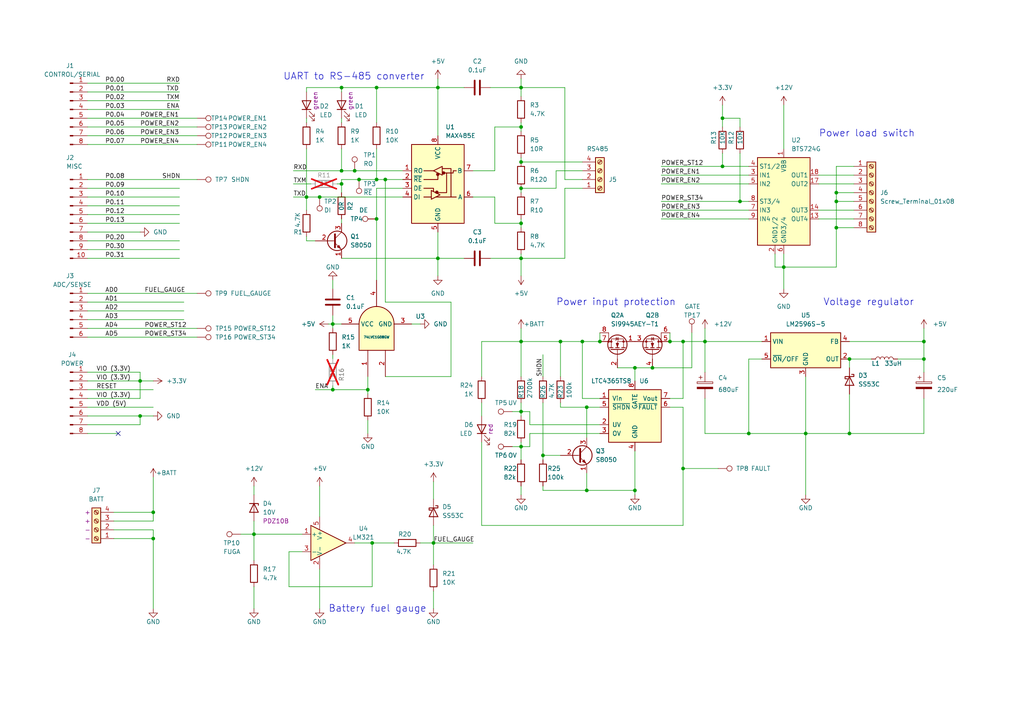
<source format=kicad_sch>
(kicad_sch (version 20230121) (generator eeschema)
  (paper "A4")
  (lib_symbols
    (symbol "74xGxx:74AUC1G08"
      (property "Reference" "U" (at -2.54 3.81 0))
      (property "Value" "74AUC1G08" (at 0 -3.81 0))
      (symbol "74AUC1G08_1_1"
        (pin input line (at -15.24 2.54 0) (length 7.62) (name "~") (number "1"))
        (pin input line (at -15.24 -2.54 0) (length 7.62) (name "~") (number "2"))
        (pin power_in line (at 0 -10.16 90) (length 5.08) (name "GND") (number "3"))
        (pin output line (at 12.7 0 180) (length 7.62) (name "~") (number "4"))
        (pin power_in line (at 0 10.16 270) (length 5.08) (name "VCC") (number "5"))
      )
    )
    (symbol "Amplifier_Operational:LM321" (pin_names (offset 0.127))
      (property "Reference" "U" (at 0 7.62 0))
      (property "Value" "LM321" (at 0 5.08 0))
      (symbol "LM321_1_1"
        (pin input line (at -7.62 2.54 0) (length 2.54) (name "+") (number "1"))
        (pin power_in line (at -2.54 -7.62 90) (length 3.81) (name "V-") (number "2"))
        (pin input line (at -7.62 -2.54 0) (length 2.54) (name "-") (number "3"))
        (pin output line (at 7.62 0 180) (length 2.54) (name "~") (number "4"))
        (pin power_in line (at -2.54 7.62 270) (length 3.81) (name "V+") (number "5"))
      )
    )
    (symbol "Connector:Conn_01x06_Pin" (pin_names (offset 1.016) hide)
      (property "Reference" "J" (at 0 7.62 0))
      (property "Value" "Conn_01x06_Pin" (at 0 -10.16 0))
      (symbol "Conn_01x06_Pin_1_1"
        (pin passive line (at 5.08 5.08 180) (length 3.81) (name "Pin_1") (number "1"))
        (pin passive line (at 5.08 2.54 180) (length 3.81) (name "Pin_2") (number "2"))
        (pin passive line (at 5.08 0 180) (length 3.81) (name "Pin_3") (number "3"))
        (pin passive line (at 5.08 -2.54 180) (length 3.81) (name "Pin_4") (number "4"))
        (pin passive line (at 5.08 -5.08 180) (length 3.81) (name "Pin_5") (number "5"))
        (pin passive line (at 5.08 -7.62 180) (length 3.81) (name "Pin_6") (number "6"))
      )
    )
    (symbol "Connector:Conn_01x08_Pin" (pin_names (offset 1.016) hide)
      (property "Reference" "J" (at 0 10.16 0))
      (property "Value" "Conn_01x08_Pin" (at 0 -12.7 0))
      (symbol "Conn_01x08_Pin_1_1"
        (pin passive line (at 5.08 7.62 180) (length 3.81) (name "Pin_1") (number "1"))
        (pin passive line (at 5.08 5.08 180) (length 3.81) (name "Pin_2") (number "2"))
        (pin passive line (at 5.08 2.54 180) (length 3.81) (name "Pin_3") (number "3"))
        (pin passive line (at 5.08 0 180) (length 3.81) (name "Pin_4") (number "4"))
        (pin passive line (at 5.08 -2.54 180) (length 3.81) (name "Pin_5") (number "5"))
        (pin passive line (at 5.08 -5.08 180) (length 3.81) (name "Pin_6") (number "6"))
        (pin passive line (at 5.08 -7.62 180) (length 3.81) (name "Pin_7") (number "7"))
        (pin passive line (at 5.08 -10.16 180) (length 3.81) (name "Pin_8") (number "8"))
      )
    )
    (symbol "Connector:Conn_01x10_Pin" (pin_names (offset 1.016) hide)
      (property "Reference" "J" (at 0 12.7 0))
      (property "Value" "Conn_01x10_Pin" (at 0 -15.24 0))
      (symbol "Conn_01x10_Pin_1_1"
        (pin passive line (at 5.08 10.16 180) (length 3.81) (name "Pin_1") (number "1"))
        (pin passive line (at 5.08 -12.7 180) (length 3.81) (name "Pin_10") (number "10"))
        (pin passive line (at 5.08 7.62 180) (length 3.81) (name "Pin_2") (number "2"))
        (pin passive line (at 5.08 5.08 180) (length 3.81) (name "Pin_3") (number "3"))
        (pin passive line (at 5.08 2.54 180) (length 3.81) (name "Pin_4") (number "4"))
        (pin passive line (at 5.08 0 180) (length 3.81) (name "Pin_5") (number "5"))
        (pin passive line (at 5.08 -2.54 180) (length 3.81) (name "Pin_6") (number "6"))
        (pin passive line (at 5.08 -5.08 180) (length 3.81) (name "Pin_7") (number "7"))
        (pin passive line (at 5.08 -7.62 180) (length 3.81) (name "Pin_8") (number "8"))
        (pin passive line (at 5.08 -10.16 180) (length 3.81) (name "Pin_9") (number "9"))
      )
    )
    (symbol "Connector:Screw_Terminal_01x04" (pin_names (offset 1.016) hide)
      (property "Reference" "J" (at 0 5.08 0))
      (property "Value" "Screw_Terminal_01x04" (at 0 -7.62 0))
      (symbol "Screw_Terminal_01x04_1_1"
        (pin passive line (at -5.08 2.54 0) (length 3.81) (name "Pin_1") (number "1"))
        (pin passive line (at -5.08 0 0) (length 3.81) (name "Pin_2") (number "2"))
        (pin passive line (at -5.08 -2.54 0) (length 3.81) (name "Pin_3") (number "3"))
        (pin passive line (at -5.08 -5.08 0) (length 3.81) (name "Pin_4") (number "4"))
      )
    )
    (symbol "Connector:Screw_Terminal_01x08" (pin_names (offset 1.016) hide)
      (property "Reference" "J" (at 0 10.16 0))
      (property "Value" "Screw_Terminal_01x08" (at 0 -12.7 0))
      (symbol "Screw_Terminal_01x08_1_1"
        (pin passive line (at -5.08 7.62 0) (length 3.81) (name "Pin_1") (number "1"))
        (pin passive line (at -5.08 5.08 0) (length 3.81) (name "Pin_2") (number "2"))
        (pin passive line (at -5.08 2.54 0) (length 3.81) (name "Pin_3") (number "3"))
        (pin passive line (at -5.08 0 0) (length 3.81) (name "Pin_4") (number "4"))
        (pin passive line (at -5.08 -2.54 0) (length 3.81) (name "Pin_5") (number "5"))
        (pin passive line (at -5.08 -5.08 0) (length 3.81) (name "Pin_6") (number "6"))
        (pin passive line (at -5.08 -7.62 0) (length 3.81) (name "Pin_7") (number "7"))
        (pin passive line (at -5.08 -10.16 0) (length 3.81) (name "Pin_8") (number "8"))
      )
    )
    (symbol "Connector:TestPoint" (pin_numbers hide) (pin_names (offset 0.762) hide)
      (property "Reference" "TP" (at 0 6.858 0))
      (property "Value" "TestPoint" (at 0 5.08 0))
      (symbol "TestPoint_1_1"
        (pin passive line (at 0 0 90) (length 2.54) (name "1") (number "1"))
      )
    )
    (symbol "Device:C" (pin_numbers hide) (pin_names (offset 0.254))
      (property "Reference" "C" (at 0.635 2.54 0))
      (property "Value" "C" (at 0.635 -2.54 0))
      (symbol "C_1_1"
        (pin passive line (at 0 3.81 270) (length 2.794) (name "~") (number "1"))
        (pin passive line (at 0 -3.81 90) (length 2.794) (name "~") (number "2"))
      )
    )
    (symbol "Device:C_Polarized" (pin_numbers hide) (pin_names (offset 0.254))
      (property "Reference" "C" (at 0.635 2.54 0))
      (property "Value" "C_Polarized" (at 0.635 -2.54 0))
      (symbol "C_Polarized_1_1"
        (pin passive line (at 0 3.81 270) (length 2.794) (name "~") (number "1"))
        (pin passive line (at 0 -3.81 90) (length 2.794) (name "~") (number "2"))
      )
    )
    (symbol "Device:D_Zener" (pin_numbers hide) (pin_names (offset 1.016) hide)
      (property "Reference" "D" (at 0 2.54 0))
      (property "Value" "D_Zener" (at 0 -2.54 0))
      (symbol "D_Zener_1_1"
        (pin passive line (at -3.81 0 0) (length 2.54) (name "K") (number "1"))
        (pin passive line (at 3.81 0 180) (length 2.54) (name "A") (number "2"))
      )
    )
    (symbol "Device:L" (pin_numbers hide) (pin_names (offset 1.016) hide)
      (property "Reference" "L" (at -1.27 0 90))
      (property "Value" "L" (at 1.905 0 90))
      (symbol "L_1_1"
        (pin passive line (at 0 3.81 270) (length 1.27) (name "1") (number "1"))
        (pin passive line (at 0 -3.81 90) (length 1.27) (name "2") (number "2"))
      )
    )
    (symbol "Device:LED" (pin_numbers hide) (pin_names (offset 1.016) hide)
      (property "Reference" "D" (at 0 2.54 0))
      (property "Value" "LED" (at 0 -2.54 0))
      (symbol "LED_1_1"
        (pin passive line (at -3.81 0 0) (length 2.54) (name "K") (number "1"))
        (pin passive line (at 3.81 0 180) (length 2.54) (name "A") (number "2"))
      )
    )
    (symbol "Device:Q_Dual_NMOS_S1G1S2G2D2D2D1D1" (pin_names (offset 0) hide)
      (property "Reference" "Q" (at 5.08 1.27 0))
      (property "Value" "Q_Dual_NMOS_S1G1S2G2D2D2D1D1" (at 5.08 -1.27 0))
      (symbol "Q_Dual_NMOS_S1G1S2G2D2D2D1D1_1_1"
        (pin passive line (at 2.54 -5.08 90) (length 2.54) (name "S") (number "1"))
        (pin input line (at -5.08 0 0) (length 2.54) (name "G") (number "2"))
        (pin passive line (at 2.54 5.08 270) (length 2.54) (name "D") (number "7"))
        (pin passive line (at 5.08 5.08 270) (length 2.54) (name "D") (number "8"))
      )
      (symbol "Q_Dual_NMOS_S1G1S2G2D2D2D1D1_2_1"
        (pin passive line (at 2.54 -5.08 90) (length 2.54) (name "S") (number "3"))
        (pin input line (at -5.08 0 0) (length 2.54) (name "G") (number "4"))
        (pin passive line (at 2.54 5.08 270) (length 2.54) (name "D") (number "5"))
        (pin passive line (at 5.08 5.08 270) (length 2.54) (name "D") (number "6"))
      )
    )
    (symbol "Device:R" (pin_numbers hide) (pin_names (offset 0))
      (property "Reference" "R" (at 2.032 0 90))
      (property "Value" "R" (at 0 0 90))
      (symbol "R_1_1"
        (pin passive line (at 0 3.81 270) (length 1.27) (name "~") (number "1"))
        (pin passive line (at 0 -3.81 90) (length 1.27) (name "~") (number "2"))
      )
    )
    (symbol "Diode:1N5817" (pin_numbers hide) (pin_names (offset 1.016) hide)
      (property "Reference" "D" (at 0 2.54 0))
      (property "Value" "1N5817" (at 0 -2.54 0))
      (symbol "1N5817_1_1"
        (pin passive line (at -3.81 0 0) (length 2.54) (name "K") (number "1"))
        (pin passive line (at 3.81 0 180) (length 2.54) (name "A") (number "2"))
      )
    )
    (symbol "Interface_UART:MAX485E"
      (property "Reference" "U" (at -6.096 11.43 0))
      (property "Value" "MAX485E" (at 0.762 11.43 0))
      (symbol "MAX485E_1_1"
        (pin output line (at -10.16 2.54 0) (length 2.54) (name "RO") (number "1"))
        (pin input line (at -10.16 0 0) (length 2.54) (name "~{RE}") (number "2"))
        (pin input line (at -10.16 -2.54 0) (length 2.54) (name "DE") (number "3"))
        (pin input line (at -10.16 -5.08 0) (length 2.54) (name "DI") (number "4"))
        (pin power_in line (at 0 -15.24 90) (length 2.54) (name "GND") (number "5"))
        (pin bidirectional line (at 10.16 -5.08 180) (length 2.54) (name "A") (number "6"))
        (pin bidirectional line (at 10.16 2.54 180) (length 2.54) (name "B") (number "7"))
        (pin power_in line (at 0 12.7 270) (length 2.54) (name "VCC") (number "8"))
      )
    )
    (symbol "Power_Management:BTS724G"
      (property "Reference" "U" (at -6.35 13.97 0))
      (property "Value" "BTS724G" (at 5.08 13.97 0))
      (symbol "BTS724G_1_1"
        (pin power_in line (at 0 15.24 270) (length 2.54) (name "VBB") (number "1"))
        (pin passive line (at 0 15.24 270) (length 2.54) hide (name "VBB") (number "10"))
        (pin passive line (at 0 15.24 270) (length 2.54) hide (name "VBB") (number "11"))
        (pin passive line (at 0 15.24 270) (length 2.54) hide (name "VBB") (number "12"))
        (pin open_emitter line (at 10.16 -5.08 180) (length 2.54) (name "OUT4") (number "13"))
        (pin open_emitter line (at 10.16 -2.54 180) (length 2.54) (name "OUT3") (number "14"))
        (pin passive line (at 0 15.24 270) (length 2.54) hide (name "VBB") (number "15"))
        (pin passive line (at 0 15.24 270) (length 2.54) hide (name "VBB") (number "16"))
        (pin open_emitter line (at 10.16 5.08 180) (length 2.54) (name "OUT2") (number "17"))
        (pin open_emitter line (at 10.16 7.62 180) (length 2.54) (name "OUT1") (number "18"))
        (pin passive line (at 0 15.24 270) (length 2.54) hide (name "VBB") (number "19"))
        (pin power_in line (at -2.54 -15.24 90) (length 2.54) (name "GND1/2") (number "2"))
        (pin passive line (at 0 15.24 270) (length 2.54) hide (name "VBB") (number "20"))
        (pin input line (at -10.16 7.62 0) (length 2.54) (name "IN1") (number "3"))
        (pin open_collector line (at -10.16 10.16 0) (length 2.54) (name "ST1/2") (number "4"))
        (pin input line (at -10.16 5.08 0) (length 2.54) (name "IN2") (number "5"))
        (pin power_in line (at 0 -15.24 90) (length 2.54) (name "GND3/4") (number "6"))
        (pin input line (at -10.16 -2.54 0) (length 2.54) (name "IN3") (number "7"))
        (pin open_collector line (at -10.16 0 0) (length 2.54) (name "ST3/4") (number "8"))
        (pin input line (at -10.16 -5.08 0) (length 2.54) (name "IN4") (number "9"))
      )
    )
    (symbol "Power_Management:LTC4365TS8" (pin_names (offset 1.016))
      (property "Reference" "U" (at -7.62 8.89 0))
      (property "Value" "LTC4365TS8" (at 2.54 8.89 0))
      (symbol "LTC4365TS8_1_1"
        (pin power_in line (at -10.16 5.08 0) (length 2.54) (name "Vin") (number "1"))
        (pin input line (at -10.16 -2.54 0) (length 2.54) (name "UV") (number "2"))
        (pin input line (at -10.16 -5.08 0) (length 2.54) (name "OV") (number "3"))
        (pin power_in line (at 0 -10.16 90) (length 2.54) (name "GND") (number "4"))
        (pin input line (at -10.16 2.54 0) (length 2.54) (name "~{SHDN}") (number "5"))
        (pin open_collector line (at 10.16 2.54 180) (length 2.54) (name "~{FAULT}") (number "6"))
        (pin input line (at 10.16 5.08 180) (length 2.54) (name "Vout") (number "7"))
        (pin output line (at 0 10.16 270) (length 2.54) (name "GATE") (number "8"))
      )
    )
    (symbol "Regulator_Switching:LM2596S-5"
      (property "Reference" "U" (at -10.16 6.35 0))
      (property "Value" "LM2596S-5" (at 0 6.35 0))
      (symbol "LM2596S-5_1_1"
        (pin power_in line (at -12.7 2.54 0) (length 2.54) (name "VIN") (number "1"))
        (pin output line (at 12.7 -2.54 180) (length 2.54) (name "OUT") (number "2"))
        (pin power_in line (at 0 -7.62 90) (length 2.54) (name "GND") (number "3"))
        (pin input line (at 12.7 2.54 180) (length 2.54) (name "FB") (number "4"))
        (pin input line (at -12.7 -2.54 0) (length 2.54) (name "~{ON}/OFF") (number "5"))
      )
    )
    (symbol "Transistor_BJT:S8050" (pin_names (offset 0) hide)
      (property "Reference" "Q" (at 5.08 1.905 0))
      (property "Value" "S8050" (at 5.08 0 0))
      (symbol "S8050_1_1"
        (pin passive line (at 2.54 -5.08 90) (length 2.54) (name "E") (number "1"))
        (pin input line (at -5.08 0 0) (length 5.08) (name "B") (number "2"))
        (pin passive line (at 2.54 5.08 270) (length 2.54) (name "C") (number "3"))
      )
    )
    (symbol "power:+12V" (power) (pin_names (offset 0))
      (property "Value" "+12V" (at 0 3.556 0))
      (symbol "+12V_1_1"
        (pin power_in line (at 0 0 90) (length 0) hide (name "+12V") (number "1"))
      )
    )
    (symbol "power:+3.3V" (power) (pin_names (offset 0))
      (property "Value" "+3.3V" (at 0 3.556 0))
      (symbol "+3.3V_1_1"
        (pin power_in line (at 0 0 90) (length 0) hide (name "+3.3V") (number "1"))
      )
    )
    (symbol "power:+5V" (power) (pin_names (offset 0))
      (property "Value" "+5V" (at 0 3.556 0))
      (symbol "+5V_1_1"
        (pin power_in line (at 0 0 90) (length 0) hide (name "+5V") (number "1"))
      )
    )
    (symbol "power:+BATT" (power) (pin_names (offset 0))
      (property "Value" "+BATT" (at 0 3.556 0))
      (symbol "+BATT_1_1"
        (pin power_in line (at 0 0 90) (length 0) hide (name "+BATT") (number "1"))
      )
    )
    (symbol "power:GND" (power) (pin_names (offset 0))
      (property "Value" "GND" (at 0 -3.81 0))
      (symbol "GND_1_1"
        (pin power_in line (at 0 0 270) (length 0) hide (name "GND") (number "1"))
      )
    )
  )
  (junction (at 151.13 25.4))
  (junction (at 184.15 106.68))
  (junction (at 109.22 52.07))
  (junction (at 151.13 46.99))
  (junction (at 242.57 66.04))
  (junction (at 246.38 104.14))
  (junction (at 151.13 54.61))
  (junction (at 168.91 99.06))
  (junction (at 151.13 129.54))
  (junction (at 151.13 119.38))
  (junction (at 267.97 99.06))
  (junction (at 217.17 125.73))
  (junction (at 127 74.93))
  (junction (at 162.56 99.06))
  (junction (at 151.13 99.06))
  (junction (at 92.71 57.15))
  (junction (at 267.97 104.14))
  (junction (at 170.18 142.24))
  (junction (at 209.55 48.26))
  (junction (at 246.38 125.73))
  (junction (at 96.52 113.03))
  (junction (at 242.57 55.88))
  (junction (at 106.68 113.03))
  (junction (at 214.63 58.42))
  (junction (at 99.06 25.4))
  (junction (at 209.55 34.29))
  (junction (at 107.95 157.48))
  (junction (at 198.12 135.89))
  (junction (at 204.47 99.06))
  (junction (at 184.15 142.24))
  (junction (at 233.68 125.73))
  (junction (at 104.14 52.07))
  (junction (at 227.33 77.47))
  (junction (at 44.45 148.59))
  (junction (at 125.73 157.48))
  (junction (at 109.22 25.4))
  (junction (at 96.52 93.98))
  (junction (at 111.76 52.07))
  (junction (at 151.13 36.83))
  (junction (at 173.99 99.06))
  (junction (at 151.13 64.77))
  (junction (at 40.64 120.65))
  (junction (at 157.48 132.08))
  (junction (at 242.57 58.42))
  (junction (at 88.9 57.15))
  (junction (at 127 25.4))
  (junction (at 170.18 118.11))
  (junction (at 194.31 99.06))
  (junction (at 198.12 99.06))
  (junction (at 151.13 74.93))
  (junction (at 99.06 53.34))
  (junction (at 189.23 106.68))
  (junction (at 109.22 63.5))
  (junction (at 99.06 49.53))
  (junction (at 40.64 110.49))
  (junction (at 44.45 156.21))
  (junction (at 73.66 154.94))
  (junction (at 102.87 49.53))
  (no_connect (at 34.29 125.73))
  (wire (pts (xy 246.38 104.14) (xy 252.73 104.14)))
  (wire (pts (xy 96.52 102.87) (xy 96.52 104.14)))
  (wire (pts (xy 246.38 99.06) (xy 267.97 99.06)))
  (wire (pts (xy 170.18 142.24) (xy 184.15 142.24)))
  (wire (pts (xy 119.38 93.98) (xy 121.92 93.98)))
  (wire (pts (xy 151.13 36.83) (xy 151.13 38.1)))
  (wire (pts (xy 25.4 92.71) (xy 53.34 92.71)))
  (wire (pts (xy 40.64 110.49) (xy 44.45 110.49)))
  (wire (pts (xy 214.63 34.29) (xy 214.63 36.83)))
  (wire (pts (xy 102.87 49.53) (xy 116.84 49.53)))
  (wire (pts (xy 25.4 123.19) (xy 40.64 123.19)))
  (wire (pts (xy 109.22 52.07) (xy 104.14 52.07)))
  (wire (pts (xy 25.4 85.09) (xy 57.15 85.09)))
  (wire (pts (xy 33.02 151.13) (xy 44.45 151.13)))
  (wire (pts (xy 233.68 125.73) (xy 246.38 125.73)))
  (wire (pts (xy 88.9 34.29) (xy 88.9 35.56)))
  (wire (pts (xy 25.4 69.85) (xy 52.07 69.85)))
  (wire (pts (xy 163.83 54.61) (xy 163.83 74.93)))
  (wire (pts (xy 25.4 57.15) (xy 52.07 57.15)))
  (wire (pts (xy 109.22 63.5) (xy 109.22 81.28)))
  (wire (pts (xy 127 25.4) (xy 127 39.37)))
  (wire (pts (xy 33.02 148.59) (xy 44.45 148.59)))
  (wire (pts (xy 220.98 104.14) (xy 217.17 104.14)))
  (wire (pts (xy 198.12 135.89) (xy 198.12 118.11)))
  (wire (pts (xy 96.52 93.98) (xy 99.06 93.98)))
  (wire (pts (xy 25.4 95.25) (xy 57.15 95.25)))
  (wire (pts (xy 25.4 113.03) (xy 44.45 113.03)))
  (wire (pts (xy 191.77 63.5) (xy 217.17 63.5)))
  (wire (pts (xy 109.22 25.4) (xy 109.22 35.56)))
  (wire (pts (xy 25.4 90.17) (xy 53.34 90.17)))
  (wire (pts (xy 157.48 102.87) (xy 157.48 109.22)))
  (wire (pts (xy 88.9 25.4) (xy 99.06 25.4)))
  (wire (pts (xy 242.57 58.42) (xy 247.65 58.42)))
  (wire (pts (xy 99.06 34.29) (xy 99.06 35.56)))
  (wire (pts (xy 92.71 57.15) (xy 116.84 57.15)))
  (wire (pts (xy 99.06 49.53) (xy 102.87 49.53)))
  (wire (pts (xy 170.18 142.24) (xy 170.18 137.16)))
  (wire (pts (xy 83.82 160.02) (xy 83.82 170.18)))
  (wire (pts (xy 139.7 120.65) (xy 139.7 116.84)))
  (wire (pts (xy 25.4 64.77) (xy 52.07 64.77)))
  (wire (pts (xy 157.48 116.84) (xy 157.48 132.08)))
  (wire (pts (xy 40.64 120.65) (xy 44.45 120.65)))
  (wire (pts (xy 151.13 129.54) (xy 153.67 129.54)))
  (wire (pts (xy 242.57 58.42) (xy 242.57 66.04)))
  (wire (pts (xy 142.24 74.93) (xy 151.13 74.93)))
  (wire (pts (xy 151.13 73.66) (xy 151.13 74.93)))
  (wire (pts (xy 161.29 49.53) (xy 161.29 54.61)))
  (wire (pts (xy 151.13 74.93) (xy 151.13 80.01)))
  (wire (pts (xy 139.7 152.4) (xy 198.12 152.4)))
  (wire (pts (xy 209.55 44.45) (xy 209.55 48.26)))
  (wire (pts (xy 127 67.31) (xy 127 74.93)))
  (wire (pts (xy 125.73 139.7) (xy 125.73 144.78)))
  (wire (pts (xy 237.49 50.8) (xy 247.65 50.8)))
  (wire (pts (xy 260.35 104.14) (xy 267.97 104.14)))
  (wire (pts (xy 143.51 64.77) (xy 151.13 64.77)))
  (wire (pts (xy 194.31 99.06) (xy 194.31 96.52)))
  (wire (pts (xy 151.13 116.84) (xy 151.13 119.38)))
  (wire (pts (xy 157.48 140.97) (xy 157.48 142.24)))
  (wire (pts (xy 151.13 119.38) (xy 151.13 120.65)))
  (wire (pts (xy 25.4 41.91) (xy 57.15 41.91)))
  (wire (pts (xy 191.77 53.34) (xy 217.17 53.34)))
  (wire (pts (xy 151.13 129.54) (xy 151.13 133.35)))
  (wire (pts (xy 191.77 50.8) (xy 217.17 50.8)))
  (wire (pts (xy 25.4 24.13) (xy 52.07 24.13)))
  (wire (pts (xy 127 74.93) (xy 134.62 74.93)))
  (wire (pts (xy 157.48 142.24) (xy 170.18 142.24)))
  (wire (pts (xy 153.67 119.38) (xy 153.67 123.19)))
  (wire (pts (xy 153.67 125.73) (xy 173.99 125.73)))
  (wire (pts (xy 267.97 95.25) (xy 267.97 99.06)))
  (wire (pts (xy 127 74.93) (xy 127 80.01)))
  (wire (pts (xy 168.91 99.06) (xy 173.99 99.06)))
  (wire (pts (xy 151.13 54.61) (xy 151.13 55.88)))
  (wire (pts (xy 99.06 25.4) (xy 109.22 25.4)))
  (wire (pts (xy 157.48 132.08) (xy 162.56 132.08)))
  (wire (pts (xy 25.4 59.69) (xy 52.07 59.69)))
  (wire (pts (xy 227.33 30.48) (xy 227.33 43.18)))
  (wire (pts (xy 25.4 110.49) (xy 40.64 110.49)))
  (wire (pts (xy 143.51 49.53) (xy 143.51 36.83)))
  (wire (pts (xy 96.52 91.44) (xy 96.52 93.98)))
  (wire (pts (xy 109.22 63.5) (xy 109.22 54.61)))
  (wire (pts (xy 69.85 154.94) (xy 73.66 154.94)))
  (wire (pts (xy 200.66 96.52) (xy 200.66 106.68)))
  (wire (pts (xy 44.45 148.59) (xy 44.45 151.13)))
  (wire (pts (xy 168.91 52.07) (xy 163.83 52.07)))
  (wire (pts (xy 25.4 74.93) (xy 52.07 74.93)))
  (wire (pts (xy 109.22 25.4) (xy 127 25.4)))
  (wire (pts (xy 209.55 36.83) (xy 209.55 34.29)))
  (wire (pts (xy 91.44 113.03) (xy 96.52 113.03)))
  (wire (pts (xy 198.12 115.57) (xy 194.31 115.57)))
  (wire (pts (xy 242.57 66.04) (xy 242.57 77.47)))
  (wire (pts (xy 204.47 125.73) (xy 217.17 125.73)))
  (wire (pts (xy 242.57 55.88) (xy 242.57 58.42)))
  (wire (pts (xy 109.22 54.61) (xy 116.84 54.61)))
  (wire (pts (xy 204.47 99.06) (xy 204.47 107.95)))
  (wire (pts (xy 179.07 106.68) (xy 184.15 106.68)))
  (wire (pts (xy 237.49 63.5) (xy 247.65 63.5)))
  (wire (pts (xy 96.52 81.28) (xy 96.52 83.82)))
  (wire (pts (xy 162.56 118.11) (xy 170.18 118.11)))
  (wire (pts (xy 104.14 52.07) (xy 99.06 52.07)))
  (wire (pts (xy 143.51 57.15) (xy 143.51 64.77)))
  (wire (pts (xy 204.47 95.25) (xy 204.47 99.06)))
  (wire (pts (xy 191.77 58.42) (xy 214.63 58.42)))
  (wire (pts (xy 191.77 48.26) (xy 209.55 48.26)))
  (wire (pts (xy 151.13 45.72) (xy 151.13 46.99)))
  (wire (pts (xy 25.4 120.65) (xy 40.64 120.65)))
  (wire (pts (xy 184.15 106.68) (xy 184.15 110.49)))
  (wire (pts (xy 168.91 54.61) (xy 163.83 54.61)))
  (wire (pts (xy 25.4 118.11) (xy 44.45 118.11)))
  (wire (pts (xy 40.64 107.95) (xy 40.64 110.49)))
  (wire (pts (xy 107.95 157.48) (xy 102.87 157.48)))
  (wire (pts (xy 237.49 60.96) (xy 247.65 60.96)))
  (wire (pts (xy 153.67 129.54) (xy 153.67 125.73)))
  (wire (pts (xy 25.4 52.07) (xy 57.15 52.07)))
  (wire (pts (xy 88.9 57.15) (xy 88.9 60.96)))
  (wire (pts (xy 96.52 113.03) (xy 106.68 113.03)))
  (wire (pts (xy 162.56 99.06) (xy 162.56 109.22)))
  (wire (pts (xy 99.06 63.5) (xy 99.06 64.77)))
  (wire (pts (xy 83.82 170.18) (xy 107.95 170.18)))
  (wire (pts (xy 151.13 35.56) (xy 151.13 36.83)))
  (wire (pts (xy 267.97 99.06) (xy 267.97 104.14)))
  (wire (pts (xy 85.09 53.34) (xy 90.17 53.34)))
  (wire (pts (xy 127 25.4) (xy 134.62 25.4)))
  (wire (pts (xy 227.33 77.47) (xy 242.57 77.47)))
  (wire (pts (xy 33.02 153.67) (xy 44.45 153.67)))
  (wire (pts (xy 148.59 129.54) (xy 151.13 129.54)))
  (wire (pts (xy 242.57 66.04) (xy 247.65 66.04)))
  (wire (pts (xy 151.13 25.4) (xy 151.13 27.94)))
  (wire (pts (xy 204.47 99.06) (xy 220.98 99.06)))
  (wire (pts (xy 96.52 111.76) (xy 96.52 113.03)))
  (wire (pts (xy 88.9 69.85) (xy 91.44 69.85)))
  (wire (pts (xy 44.45 156.21) (xy 44.45 176.53)))
  (wire (pts (xy 246.38 106.68) (xy 246.38 104.14)))
  (wire (pts (xy 25.4 29.21) (xy 52.07 29.21)))
  (wire (pts (xy 111.76 52.07) (xy 111.76 87.63)))
  (wire (pts (xy 246.38 114.3) (xy 246.38 125.73)))
  (wire (pts (xy 173.99 96.52) (xy 173.99 99.06)))
  (wire (pts (xy 127 74.93) (xy 99.06 74.93)))
  (wire (pts (xy 25.4 36.83) (xy 57.15 36.83)))
  (wire (pts (xy 151.13 95.25) (xy 151.13 99.06)))
  (wire (pts (xy 73.66 154.94) (xy 87.63 154.94)))
  (wire (pts (xy 151.13 99.06) (xy 151.13 109.22)))
  (wire (pts (xy 151.13 129.54) (xy 151.13 128.27)))
  (wire (pts (xy 200.66 106.68) (xy 189.23 106.68)))
  (wire (pts (xy 198.12 118.11) (xy 194.31 118.11)))
  (wire (pts (xy 139.7 99.06) (xy 151.13 99.06)))
  (wire (pts (xy 237.49 53.34) (xy 247.65 53.34)))
  (wire (pts (xy 107.95 170.18) (xy 107.95 157.48)))
  (wire (pts (xy 125.73 152.4) (xy 125.73 157.48)))
  (wire (pts (xy 163.83 52.07) (xy 163.83 25.4)))
  (wire (pts (xy 233.68 125.73) (xy 233.68 143.51)))
  (wire (pts (xy 99.06 53.34) (xy 99.06 55.88)))
  (wire (pts (xy 97.79 53.34) (xy 99.06 53.34)))
  (wire (pts (xy 25.4 34.29) (xy 57.15 34.29)))
  (wire (pts (xy 162.56 99.06) (xy 168.91 99.06)))
  (wire (pts (xy 161.29 49.53) (xy 168.91 49.53)))
  (wire (pts (xy 106.68 114.3) (xy 106.68 113.03)))
  (wire (pts (xy 151.13 119.38) (xy 153.67 119.38)))
  (wire (pts (xy 111.76 109.22) (xy 130.81 109.22)))
  (wire (pts (xy 73.66 154.94) (xy 73.66 162.56)))
  (wire (pts (xy 25.4 67.31) (xy 40.64 67.31)))
  (wire (pts (xy 130.81 109.22) (xy 130.81 87.63)))
  (wire (pts (xy 44.45 138.43) (xy 44.45 148.59)))
  (wire (pts (xy 92.71 165.1) (xy 92.71 176.53)))
  (wire (pts (xy 157.48 132.08) (xy 157.48 133.35)))
  (wire (pts (xy 184.15 142.24) (xy 184.15 143.51)))
  (wire (pts (xy 191.77 60.96) (xy 217.17 60.96)))
  (wire (pts (xy 107.95 157.48) (xy 114.3 157.48)))
  (wire (pts (xy 106.68 121.92) (xy 106.68 125.73)))
  (wire (pts (xy 85.09 49.53) (xy 99.06 49.53)))
  (wire (pts (xy 246.38 125.73) (xy 267.97 125.73)))
  (wire (pts (xy 88.9 26.67) (xy 88.9 25.4)))
  (wire (pts (xy 87.63 160.02) (xy 83.82 160.02)))
  (wire (pts (xy 73.66 170.18) (xy 73.66 176.53)))
  (wire (pts (xy 125.73 157.48) (xy 137.16 157.48)))
  (wire (pts (xy 25.4 72.39) (xy 52.07 72.39)))
  (wire (pts (xy 198.12 99.06) (xy 198.12 115.57)))
  (wire (pts (xy 217.17 104.14) (xy 217.17 125.73)))
  (wire (pts (xy 88.9 57.15) (xy 92.71 57.15)))
  (wire (pts (xy 73.66 140.97) (xy 73.66 143.51)))
  (wire (pts (xy 151.13 99.06) (xy 162.56 99.06)))
  (wire (pts (xy 214.63 58.42) (xy 217.17 58.42)))
  (wire (pts (xy 170.18 118.11) (xy 173.99 118.11)))
  (wire (pts (xy 247.65 48.26) (xy 242.57 48.26)))
  (wire (pts (xy 162.56 116.84) (xy 162.56 118.11)))
  (wire (pts (xy 25.4 107.95) (xy 40.64 107.95)))
  (wire (pts (xy 209.55 48.26) (xy 217.17 48.26)))
  (wire (pts (xy 25.4 39.37) (xy 57.15 39.37)))
  (wire (pts (xy 151.13 64.77) (xy 151.13 66.04)))
  (wire (pts (xy 267.97 115.57) (xy 267.97 125.73)))
  (wire (pts (xy 209.55 30.48) (xy 209.55 34.29)))
  (wire (pts (xy 217.17 125.73) (xy 233.68 125.73)))
  (wire (pts (xy 151.13 22.86) (xy 151.13 25.4)))
  (wire (pts (xy 194.31 99.06) (xy 198.12 99.06)))
  (wire (pts (xy 163.83 25.4) (xy 151.13 25.4)))
  (wire (pts (xy 163.83 74.93) (xy 151.13 74.93)))
  (wire (pts (xy 99.06 52.07) (xy 99.06 53.34)))
  (wire (pts (xy 227.33 77.47) (xy 227.33 83.82)))
  (wire (pts (xy 151.13 46.99) (xy 168.91 46.99)))
  (wire (pts (xy 125.73 171.45) (xy 125.73 176.53)))
  (wire (pts (xy 170.18 118.11) (xy 170.18 127)))
  (wire (pts (xy 242.57 55.88) (xy 247.65 55.88)))
  (wire (pts (xy 40.64 110.49) (xy 40.64 115.57)))
  (wire (pts (xy 25.4 62.23) (xy 52.07 62.23)))
  (wire (pts (xy 25.4 26.67) (xy 52.07 26.67)))
  (wire (pts (xy 99.06 43.18) (xy 99.06 49.53)))
  (wire (pts (xy 25.4 54.61) (xy 52.07 54.61)))
  (wire (pts (xy 198.12 99.06) (xy 204.47 99.06)))
  (wire (pts (xy 184.15 106.68) (xy 189.23 106.68)))
  (wire (pts (xy 214.63 34.29) (xy 209.55 34.29)))
  (wire (pts (xy 224.79 73.66) (xy 224.79 77.47)))
  (wire (pts (xy 121.92 157.48) (xy 125.73 157.48)))
  (wire (pts (xy 92.71 140.97) (xy 92.71 149.86)))
  (wire (pts (xy 25.4 97.79) (xy 57.15 97.79)))
  (wire (pts (xy 139.7 128.27) (xy 139.7 152.4)))
  (wire (pts (xy 25.4 31.75) (xy 52.07 31.75)))
  (wire (pts (xy 233.68 109.22) (xy 233.68 125.73)))
  (wire (pts (xy 139.7 109.22) (xy 139.7 99.06)))
  (wire (pts (xy 85.09 57.15) (xy 88.9 57.15)))
  (wire (pts (xy 198.12 152.4) (xy 198.12 135.89)))
  (wire (pts (xy 151.13 63.5) (xy 151.13 64.77)))
  (wire (pts (xy 143.51 36.83) (xy 151.13 36.83)))
  (wire (pts (xy 161.29 54.61) (xy 151.13 54.61)))
  (wire (pts (xy 25.4 87.63) (xy 53.34 87.63)))
  (wire (pts (xy 25.4 125.73) (xy 34.29 125.73)))
  (wire (pts (xy 267.97 107.95) (xy 267.97 104.14)))
  (wire (pts (xy 137.16 57.15) (xy 143.51 57.15)))
  (wire (pts (xy 33.02 156.21) (xy 44.45 156.21)))
  (wire (pts (xy 208.28 135.89) (xy 198.12 135.89)))
  (wire (pts (xy 151.13 140.97) (xy 151.13 143.51)))
  (wire (pts (xy 109.22 52.07) (xy 111.76 52.07)))
  (wire (pts (xy 204.47 115.57) (xy 204.47 125.73)))
  (wire (pts (xy 224.79 77.47) (xy 227.33 77.47)))
  (wire (pts (xy 125.73 157.48) (xy 125.73 163.83)))
  (wire (pts (xy 40.64 120.65) (xy 40.64 123.19)))
  (wire (pts (xy 153.67 123.19) (xy 173.99 123.19)))
  (wire (pts (xy 184.15 130.81) (xy 184.15 142.24)))
  (wire (pts (xy 95.25 93.98) (xy 96.52 93.98)))
  (wire (pts (xy 25.4 115.57) (xy 40.64 115.57)))
  (wire (pts (xy 168.91 99.06) (xy 168.91 115.57)))
  (wire (pts (xy 111.76 87.63) (xy 130.81 87.63)))
  (wire (pts (xy 111.76 52.07) (xy 116.84 52.07)))
  (wire (pts (xy 127 22.86) (xy 127 25.4)))
  (wire (pts (xy 242.57 48.26) (xy 242.57 55.88)))
  (wire (pts (xy 88.9 43.18) (xy 88.9 57.15)))
  (wire (pts (xy 106.68 113.03) (xy 106.68 109.22)))
  (wire (pts (xy 73.66 151.13) (xy 73.66 154.94)))
  (wire (pts (xy 173.99 115.57) (xy 168.91 115.57)))
  (wire (pts (xy 142.24 25.4) (xy 151.13 25.4)))
  (wire (pts (xy 99.06 25.4) (xy 99.06 26.67)))
  (wire (pts (xy 109.22 43.18) (xy 109.22 52.07)))
  (wire (pts (xy 148.59 119.38) (xy 151.13 119.38)))
  (wire (pts (xy 227.33 73.66) (xy 227.33 77.47)))
  (wire (pts (xy 214.63 44.45) (xy 214.63 58.42)))
  (wire (pts (xy 96.52 93.98) (xy 96.52 95.25)))
  (wire (pts (xy 44.45 153.67) (xy 44.45 156.21)))
  (wire (pts (xy 137.16 49.53) (xy 143.51 49.53)))
  (wire (pts (xy 88.9 69.85) (xy 88.9 68.58)))
  (text "Battery fuel gauge\n" (at 95.25 177.8 0) (effects (font (size 2 2)) (justify left bottom)))
  (text "UART to RS-485 converter\n\n" (at 123.19 26.67 0) (effects (font (size 2 2)) (justify right bottom)))
  (text "Voltage regulator\n" (at 238.76 88.9 0) (effects (font (size 2 2)) (justify left bottom)))
  (text "Power input protection\n" (at 161.29 88.9 0) (effects (font (size 2 2)) (justify left bottom)))
  (text "Power load switch\n\n" (at 237.49 43.18 0) (effects (font (size 2 2)) (justify left bottom)))
  (label "POWER_ST34" (at 41.91 97.79 0))
  (label "AD3" (at 30.48 92.71 0))
  (label "POWER_EN3" (at 40.64 39.37 0))
  (label "P0.20" (at 30.48 69.85 0))
  (label "P0.13" (at 30.48 64.77 0))
  (label "P0.02" (at 30.48 29.21 0))
  (label "P0.01" (at 30.48 26.67 0))
  (label "ENA" (at 91.44 113.03 0))
  (label "AD0" (at 30.48 85.09 0))
  (label "FUEL_GAUGE" (at 41.91 85.09 0))
  (label "RESET" (at 27.94 113.03 0))
  (label "TXM" (at 85.09 53.34 0))
  (label "AD2" (at 30.48 90.17 0))
  (label "POWER_ST34" (at 191.77 58.42 0))
  (label "P0.12" (at 30.48 62.23 0))
  (label "P0.00" (at 30.48 24.13 0))
  (label "POWER_EN2" (at 40.64 36.83 0))
  (label "POWER_EN1" (at 191.77 50.8 0))
  (label "RXD" (at 48.26 24.13 0))
  (label "ENA" (at 48.26 31.75 0))
  (label "P0.10" (at 30.48 57.15 0))
  (label "TXM" (at 48.26 29.21 0))
  (label "POWER_ST12" (at 191.77 48.26 0))
  (label "VIO (3.3V)" (at 27.94 110.49 0))
  (label "P0.09" (at 30.48 54.61 0))
  (label "P0.11" (at 30.48 59.69 0))
  (label "VIO (3.3V)" (at 27.94 107.95 0))
  (label "POWER_EN3" (at 191.77 60.96 0))
  (label "P0.30" (at 30.48 72.39 0))
  (label "VIO (3.3V)" (at 27.94 115.57 0))
  (label "P0.07" (at 30.48 41.91 0))
  (label "POWER_EN2" (at 191.77 53.34 0))
  (label "P0.31" (at 30.48 74.93 0))
  (label "P0.06" (at 30.48 39.37 0))
  (label "RXD" (at 85.09 49.53 0))
  (label "SHDN" (at 46.99 52.07 0))
  (label "POWER_ST12" (at 41.91 95.25 0))
  (label "P0.03" (at 30.48 31.75 0))
  (label "POWER_EN4" (at 191.77 63.5 0))
  (label "P0.05" (at 30.48 36.83 0))
  (label "POWER_EN1" (at 40.64 34.29 0))
  (label "AD4" (at 30.48 95.25 0))
  (label "TXD" (at 48.26 26.67 0))
  (label "FUEL_GAUGE" (at 125.73 157.48 0))
  (label "AD1" (at 30.48 87.63 0))
  (label "AD5" (at 30.48 97.79 0))
  (label "VDD (5V)" (at 27.94 118.11 0))
  (label "P0.08" (at 30.48 52.07 0))
  (label "SHDN" (at 157.48 109.22 90))
  (label "P0.04" (at 30.48 34.29 0))
  (label "POWER_EN4" (at 40.64 41.91 0))
  (label "TXD" (at 85.09 57.15 0))
  (symbol (lib_id "Device:D_Zener") (at 73.66 147.32 270) (unit 1)
    (property "Reference" "D4" (at 76.2 146.05 90) (effects (justify left)))
    (property "Value" "10V" (at 76.2 148.59 90) (effects (justify left)))
    (property "Footprint" "Diode_SMD:D_SOD-323_HandSoldering" (effects hide))
    (property "part" "PDZ10B" (at 80.01 151.13 90))
    (property "lcsc" "https://www.lcsc.com/product-detail/Zener-Diodes_Nexperia-PDZ10B-115_C85383.html" (effects hide))
    (property "mouser" "https://eu.mouser.com/ProductDetail/Nexperia/PDZ10B115?qs=LOCUfHb8d9t6BsAtogB8tA%3D%3D" (effects hide))
  )
  (symbol (lib_id "Connector:TestPoint") (at 92.71 57.15 180) (unit 1)
    (property "Reference" "TP2" (at 93.98 58.42 0) (effects (justify right)))
    (property "Value" "DI" (at 93.98 60.96 0) (effects (justify right)))
    (property "Footprint" "TestPoint:TestPoint_Pad_D2.0mm" (effects hide))
  )
  (symbol (lib_id "Device:R") (at 151.13 124.46 0) (unit 1)
    (property "Reference" "R19" (at 146.05 123.19 0) (effects (justify left)))
    (property "Value" "82k" (at 146.05 125.73 0) (effects (justify left)))
    (property "Footprint" "Resistor_SMD:R_0805_2012Metric" (effects hide))
  )
  (symbol (lib_id "Connector:TestPoint") (at 57.15 85.09 270) (unit 1)
    (property "Reference" "TP9" (at 66.04 85.09 90) (effects (justify right)))
    (property "Value" "FUEL_GAUGE" (at 78.74 85.09 90) (effects (justify right)))
    (property "Footprint" "TestPoint:TestPoint_Pad_D2.0mm" (effects hide))
  )
  (symbol (lib_id "Device:LED") (at 139.7 124.46 90) (unit 1)
    (property "Reference" "D6" (at 134.62 123.19 90) (effects (justify right)))
    (property "Value" "LED" (at 133.35 125.73 90) (effects (justify right)))
    (property "Footprint" "LED_SMD:LED_0805_2012Metric" (effects hide))
    (property "lcsc" "https://www.lcsc.com/product-detail/Light-Emitting-Diodes-span-style-background-color-ff0-LED-span_Yongyu-Photoelectric-SZYY0805R_C434431.html" (effects hide))
    (property "mouser" "https://eu.mouser.com/ProductDetail/Broadcom-Avago/HSMH-H170?qs=Li%252BoUPsLEns3UdNxsKqV%252Bg%3D%3D" (effects hide))
    (property "color" "red" (at 142.24 124.46 0))
  )
  (symbol (lib_id "power:GND") (at 92.71 176.53 0) (unit 1)
    (property "Reference" "#PWR021" (effects hide))
    (property "Value" "GND" (at 92.71 180.34 0))
  )
  (symbol (lib_id "Connector:TestPoint") (at 57.15 36.83 270) (unit 1)
    (property "Reference" "TP13" (at 66.04 36.83 90) (effects (justify right)))
    (property "Value" "POWER_EN2" (at 77.47 36.83 90) (effects (justify right)))
    (property "Footprint" "TestPoint:TestPoint_Pad_D2.0mm" (effects hide))
  )
  (symbol (lib_id "power:GND") (at 227.33 83.82 0) (unit 1)
    (property "Reference" "#PWR010" (effects hide))
    (property "Value" "GND" (at 227.33 88.9 0))
  )
  (symbol (lib_id "Device:C") (at 96.52 87.63 180) (unit 1)
    (property "Reference" "C1" (at 100.33 86.36 0) (effects (justify right)))
    (property "Value" "0.1uF" (at 100.33 88.9 0) (effects (justify right)))
    (property "Footprint" "Capacitor_SMD:C_0805_2012Metric" (effects hide))
  )
  (symbol (lib_id "power:+5V") (at 151.13 80.01 180) (unit 1)
    (property "Reference" "#PWR02" (effects hide))
    (property "Value" "+5V" (at 151.13 85.09 0))
  )
  (symbol (lib_id "Connector:TestPoint") (at 57.15 52.07 270) (unit 1)
    (property "Reference" "TP7" (at 66.04 52.07 90) (effects (justify right)))
    (property "Value" "SHDN" (at 72.39 52.07 90) (effects (justify right)))
    (property "Footprint" "TestPoint:TestPoint_Pad_D2.0mm" (effects hide))
  )
  (symbol (lib_id "Connector:TestPoint") (at 57.15 95.25 270) (unit 1)
    (property "Reference" "TP15" (at 67.31 95.25 90) (effects (justify right)))
    (property "Value" "POWER_ST12" (at 80.01 95.25 90) (effects (justify right)))
    (property "Footprint" "TestPoint:TestPoint_Pad_D2.0mm" (effects hide))
  )
  (symbol (lib_id "power:+5V") (at 127 22.86 0) (unit 1)
    (property "Reference" "#PWR04" (effects hide))
    (property "Value" "+5V" (at 127 17.78 0))
  )
  (symbol (lib_id "Diode:1N5817") (at 246.38 110.49 270) (unit 1)
    (property "Reference" "D3" (at 248.92 108.9025 90) (effects (justify left)))
    (property "Value" "SS53C" (at 248.92 111.4425 90) (effects (justify left)))
    (property "Footprint" "Diode_SMD:D_SOD-323_HandSoldering" (effects hide))
    (property "Datasheet" "http://www.vishay.com/docs/88525/1n5817.pdf" (effects hide))
    (property "lcsc" "https://www.lcsc.com/product-detail/Schottky-Barrier-Diodes-SBD_LGE-SS53C_C330397.html" (effects hide))
    (property "mouser" "https://eu.mouser.com/ProductDetail/Taiwan-Semiconductor/SK53C?qs=tHU%2FlV7kTyQZH0fUzmR2AA%3D%3D" (effects hide))
  )
  (symbol (lib_id "Device:R") (at 96.52 99.06 0) (unit 1)
    (property "Reference" "R15" (at 99.06 97.79 0) (effects (justify left)))
    (property "Value" "1K" (at 99.06 100.33 0) (effects (justify left)))
    (property "Footprint" "Resistor_SMD:R_0805_2012Metric" (effects hide))
  )
  (symbol (lib_id "power:GND") (at 127 80.01 0) (unit 1)
    (property "Reference" "#PWR03" (effects hide))
    (property "Value" "GND" (at 127 85.09 0))
  )
  (symbol (lib_id "Device:LED") (at 88.9 30.48 90) (unit 1)
    (property "Reference" "D2" (at 92.71 30.7975 90) (effects (justify right)))
    (property "Value" "LED" (at 92.71 33.3375 90) (effects (justify right)))
    (property "Footprint" "LED_SMD:LED_0805_2012Metric" (effects hide))
    (property "lcsc" "https://www.lcsc.com/product-detail/Light-Emitting-Diodes-LED_Foshan-NationStar-Optoelectronics-NCD0805C1_C84257.html" (effects hide))
    (property "mouser" "https://eu.mouser.com/ProductDetail/Broadcom-Avago/HSMM-C170?qs=YDL0qNrpDT515hwcVWI5gg%3D%3D" (effects hide))
    (property "color" "green" (at 91.44 29.21 0))
  )
  (symbol (lib_id "power:GND") (at 40.64 67.31 90) (unit 1)
    (property "Reference" "#PWR08" (effects hide))
    (property "Value" "GND" (at 44.45 67.31 90) (effects (justify right)))
  )
  (symbol (lib_id "Device:C_Polarized") (at 204.47 111.76 0) (unit 1)
    (property "Reference" "C4" (at 208.28 109.601 0) (effects (justify left)))
    (property "Value" "680uF" (at 208.28 113.03 0) (effects (justify left)))
    (property "Footprint" "Capacitor_SMD:CP_Elec_10x10.5" (effects hide))
    (property "LCSC" "https://www.lcsc.com/product-detail/Aluminum-Electrolytic-Capacitors-SMD_KNSCHA-126RV0105_C7461236.html" (effects hide))
  )
  (symbol (lib_id "Device:C") (at 138.43 25.4 90) (unit 1)
    (property "Reference" "C2" (at 138.43 17.78 90))
    (property "Value" "0.1uF" (at 138.43 20.32 90))
    (property "Footprint" "Capacitor_SMD:C_0805_2012Metric" (effects hide))
  )
  (symbol (lib_id "Device:R") (at 99.06 39.37 0) (unit 1)
    (property "Reference" "R9" (at 101.6 38.1 0) (effects (justify left)))
    (property "Value" "1K" (at 101.6 40.64 0) (effects (justify left)))
    (property "Footprint" "Resistor_SMD:R_0805_2012Metric" (effects hide))
  )
  (symbol (lib_id "power:+5V") (at 267.97 95.25 0) (unit 1)
    (property "Reference" "#PWR016" (effects hide))
    (property "Value" "+5V" (at 270.51 93.98 0) (effects (justify left)))
  )
  (symbol (lib_id "power:GND") (at 44.45 120.65 90) (unit 1)
    (property "Reference" "#PWR05" (effects hide))
    (property "Value" "GND" (at 48.26 120.65 90) (effects (justify right)))
  )
  (symbol (lib_id "Device:R") (at 125.73 167.64 0) (unit 1)
    (property "Reference" "R21" (at 128.27 166.37 0) (effects (justify left)))
    (property "Value" "10K" (at 128.27 168.91 0) (effects (justify left)))
    (property "Footprint" "Resistor_SMD:R_0805_2012Metric" (effects hide))
  )
  (symbol (lib_id "power:+BATT") (at 151.13 95.25 0) (unit 1)
    (property "Reference" "#PWR025" (effects hide))
    (property "Value" "+BATT" (at 154.94 93.98 0))
  )
  (symbol (lib_id "Connector:TestPoint") (at 148.59 129.54 90) (unit 1)
    (property "Reference" "TP6" (at 143.51 132.08 90) (effects (justify right)))
    (property "Value" "OV" (at 147.32 132.08 90) (effects (justify right)))
    (property "Footprint" "TestPoint:TestPoint_Pad_D2.0mm" (effects hide))
  )
  (symbol (lib_id "power:+3.3V") (at 125.73 139.7 0) (unit 1)
    (property "Reference" "#PWR022" (effects hide))
    (property "Value" "+3.3V" (at 125.73 134.62 0))
  )
  (symbol (lib_id "power:+BATT") (at 44.45 138.43 0) (unit 1)
    (property "Reference" "#PWR028" (effects hide))
    (property "Value" "+BATT" (at 48.26 137.16 0))
  )
  (symbol (lib_id "Device:R") (at 88.9 39.37 0) (unit 1)
    (property "Reference" "R4" (at 91.44 38.1 0) (effects (justify left)))
    (property "Value" "1K" (at 91.44 40.64 0) (effects (justify left)))
    (property "Footprint" "Resistor_SMD:R_0805_2012Metric" (effects hide))
  )
  (symbol (lib_id "power:GND") (at 151.13 143.51 0) (unit 1)
    (property "Reference" "#PWR026" (effects hide))
    (property "Value" "GND" (at 151.13 147.32 0))
  )
  (symbol (lib_id "power:+12V") (at 73.66 140.97 0) (unit 1)
    (property "Reference" "#PWR018" (effects hide))
    (property "Value" "+12V" (at 73.66 135.89 0))
  )
  (symbol (lib_id "Device:R") (at 162.56 113.03 0) (unit 1)
    (property "Reference" "R23" (at 162.56 115.57 90) (effects (justify left)))
    (property "Value" "100k" (at 165.1 115.57 90) (effects (justify left)))
    (property "Footprint" "Resistor_SMD:R_0805_2012Metric" (effects hide))
  )
  (symbol (lib_id "Connector:Screw_Terminal_01x04") (at 27.94 153.67 180) (unit 1)
    (property "Reference" "J7" (at 27.94 142.24 0))
    (property "Value" "BATT" (at 27.94 144.78 0))
    (property "Footprint" "TerminalBlock_4Ucon:TerminalBlock_4Ucon_1x04_P3.50mm_Horizontal" (effects hide))
    (property "LABEL_POS_1" "+" (at 25.4 148.59 0))
    (property "LABEL_NEG_1" "-" (at 25.4 153.67 0))
    (property "LABEL_POS_2" "+" (at 25.4 151.13 0))
    (property "LABEL_NEG_2" "-" (at 25.4 156.21 0))
  )
  (symbol (lib_id "Device:R") (at 151.13 31.75 0) (unit 1)
    (property "Reference" "R3" (at 153.67 30.48 0) (effects (justify left)))
    (property "Value" "4.7K" (at 153.67 33.02 0) (effects (justify left)))
    (property "Footprint" "Resistor_SMD:R_0805_2012Metric" (effects hide))
  )
  (symbol (lib_id "Device:R") (at 88.9 64.77 180) (unit 1)
    (property "Reference" "R1" (at 85.09 67.31 0) (effects (justify right)))
    (property "Value" "4.7K" (at 86.36 66.04 90) (effects (justify right)))
    (property "Footprint" "Resistor_SMD:R_0805_2012Metric" (effects hide))
  )
  (symbol (lib_id "Transistor_BJT:S8050") (at 167.64 132.08 0) (unit 1)
    (property "Reference" "Q3" (at 172.72 130.81 0) (effects (justify left)))
    (property "Value" "S8050" (at 172.72 133.35 0) (effects (justify left)))
    (property "Footprint" "Package_TO_SOT_SMD:SOT-23" (effects hide))
    (property "Datasheet" "http://www.unisonic.com.tw/datasheet/S8050.pdf" (effects hide))
    (property "lcsc" "https://www.lcsc.com/product-detail/Bipolar-Transistors-BJT_JSMSEMI-S8050_C916390.html" (effects hide))
    (property "mouser" "https://eu.mouser.com/ProductDetail/Comchip-Technology/SS8050-G?qs=LLUE9lz1YbcHg%252BWLMAtcrQ%3D%3D" (effects hide))
  )
  (symbol (lib_id "Device:R") (at 96.52 107.95 180) (unit 1) (dnp yes)
    (property "Reference" "R16" (at 99.06 106.68 90) (effects (justify left)))
    (property "Value" "0R" (at 96.52 106.68 90) (effects (justify left)))
    (property "Footprint" "Resistor_SMD:R_0805_2012Metric" (effects hide))
  )
  (symbol (lib_id "74xGxx:74AUC1G08") (at 109.22 93.98 90) (unit 1)
    (property "Reference" "U3" (at 121.92 91.7641 90))
    (property "Value" "74LVC1G08GW" (at 109.22 97.79 90) (effects (font (size 0.7 0.7))))
    (property "Footprint" "Package_TO_SOT_SMD:SOT-353_SC-70-5" (effects hide))
    (property "Datasheet" "http://www.ti.com/lit/sg/scyt129e/scyt129e.pdf" (effects hide))
    (property "lcsc" "https://www.lcsc.com/product-detail/Gates_Nexperia-74LVC1G08GW-125_C12512.html" (effects hide))
    (property "mouser" "https://eu.mouser.com/ProductDetail/Nexperia/74LVC1G08GW-Q1001?qs=1sbE9T7hb3YW60vUdTya5Q%3D%3D" (effects hide))
  )
  (symbol (lib_id "Device:L") (at 256.54 104.14 90) (unit 1)
    (property "Reference" "L1" (at 254 105.41 90))
    (property "Value" "33uH" (at 259.08 105.41 90))
    (property "Footprint" "Inductor_SMD:L_Abracon_ASPI-0630LR" (effects hide))
    (property "lcsc" "https://www.lcsc.com/product-detail/Power-Inductors_cjiang-Changjiang-Microelectronics-Tech-FXL0630-330-M_C177245.html" (effects hide))
  )
  (symbol (lib_id "Connector:Screw_Terminal_01x08") (at 252.73 55.88 0) (unit 1)
    (property "Reference" "J6" (at 255.27 55.88 0) (effects (justify left)))
    (property "Value" "Screw_Terminal_01x08" (at 255.27 58.42 0) (effects (justify left)))
    (property "Footprint" "TerminalBlock_4Ucon:TerminalBlock_4Ucon_1x08_P3.50mm_Horizontal" (effects hide))
  )
  (symbol (lib_id "power:+3.3V") (at 209.55 30.48 0) (unit 1)
    (property "Reference" "#PWR07" (effects hide))
    (property "Value" "+3.3V" (at 209.55 25.4 0))
  )
  (symbol (lib_id "Device:R") (at 99.06 59.69 180) (unit 1)
    (property "Reference" "R2" (at 101.6 58.42 90) (effects (justify left)))
    (property "Value" "0R" (at 99.06 58.42 90) (effects (justify left)))
    (property "Footprint" "Resistor_SMD:R_0805_2012Metric" (effects hide))
  )
  (symbol (lib_id "Device:R") (at 151.13 69.85 0) (unit 1)
    (property "Reference" "R8" (at 153.67 68.58 0) (effects (justify left)))
    (property "Value" "4.7K" (at 153.67 71.12 0) (effects (justify left)))
    (property "Footprint" "Resistor_SMD:R_0805_2012Metric" (effects hide))
  )
  (symbol (lib_id "Power_Management:BTS724G") (at 227.33 58.42 0) (unit 1)
    (property "Reference" "U2" (at 229.5241 40.64 0) (effects (justify left)))
    (property "Value" "BTS724G" (at 229.5241 43.18 0) (effects (justify left)))
    (property "Footprint" "Package_SO:Infineon_PG-DSO-20-32" (effects hide))
    (property "Datasheet" "https://www.infineon.com/dgdl/Infineon-BTS724G-DS-v01_00-EN.pdf?fileId=5546d4625a888733015aa3a2f1030ff1" (effects hide))
    (property "lcsc" "https://www.lcsc.com/product-detail/Power-Distribution-Switches_Infineon-Technologies-BTS724G_C82656.html" (effects hide))
    (property "mouser" "https://eu.mouser.com/ProductDetail/Infineon-Technologies/BTS724G?qs=MGskQgfwDzvkc3kAjdyGig%3D%3D" (effects hide))
  )
  (symbol (lib_id "Connector:Conn_01x06_Pin") (at 20.32 90.17 0) (unit 1)
    (property "Reference" "J3" (at 20.32 80.01 0))
    (property "Value" "ADC/SENSE" (at 20.955 82.55 0))
    (property "Footprint" "Connector_PinHeader_2.54mm:PinHeader_1x06_P2.54mm_Vertical" (effects hide))
  )
  (symbol (lib_id "Device:Q_Dual_NMOS_S1G1S2G2D2D2D1D1") (at 179.07 101.6 90) (unit 1)
    (property "Reference" "Q2" (at 179.07 91.44 90))
    (property "Value" "Si9945AEY-T1" (at 184.15 93.98 90))
    (property "Footprint" "Package_SO:SOP-8_3.9x4.9mm_P1.27mm" (effects hide))
    (property "lcsc" "https://www.lcsc.com/product-detail/MOSFETs_TECH-PUBLIC-SI9945AEY_C3040623.html" (effects hide))
    (property "mouser" "https://eu.mouser.com/ProductDetail/Vishay-Semiconductors/SI9945BDY-T1-GE3?qs=%252BPu8jn5UVnFSRz4ameiu9g%3D%3D" (effects hide))
  )
  (symbol (lib_id "power:GND") (at 151.13 22.86 180) (unit 1)
    (property "Reference" "#PWR01" (effects hide))
    (property "Value" "GND" (at 151.13 17.78 0))
  )
  (symbol (lib_id "Connector:TestPoint") (at 102.87 49.53 0) (unit 1)
    (property "Reference" "TP1" (at 105.41 44.958 0) (effects (justify left)))
    (property "Value" "RO" (at 105.41 47.498 0) (effects (justify left)))
    (property "Footprint" "TestPoint:TestPoint_Pad_D2.0mm" (effects hide))
  )
  (symbol (lib_id "power:GND") (at 121.92 93.98 90) (unit 1)
    (property "Reference" "#PWR011" (effects hide))
    (property "Value" "GND" (at 125.73 93.98 90) (effects (justify right)))
  )
  (symbol (lib_id "power:+12V") (at 204.47 95.25 0) (unit 1)
    (property "Reference" "#PWR015" (effects hide))
    (property "Value" "+12V" (at 207.01 93.98 0) (effects (justify left)))
  )
  (symbol (lib_id "Device:R") (at 157.48 113.03 180) (unit 1)
    (property "Reference" "R26" (at 157.48 115.57 90) (effects (justify right)))
    (property "Value" "4.7K" (at 160.02 115.57 90) (effects (justify right)))
    (property "Footprint" "Resistor_SMD:R_0805_2012Metric" (effects hide))
  )
  (symbol (lib_id "power:+3.3V") (at 44.45 110.49 270) (unit 1)
    (property "Reference" "#PWR06" (effects hide))
    (property "Value" "+3.3V" (at 48.26 110.49 90) (effects (justify left)))
  )
  (symbol (lib_id "Connector:TestPoint") (at 148.59 119.38 90) (unit 1)
    (property "Reference" "TP5" (at 143.51 116.84 90) (effects (justify right)))
    (property "Value" "UV" (at 147.32 116.84 90) (effects (justify right)))
    (property "Footprint" "TestPoint:TestPoint_Pad_D2.0mm" (effects hide))
  )
  (symbol (lib_id "Interface_UART:MAX485E") (at 127 52.07 0) (unit 1)
    (property "Reference" "U1" (at 129.1941 36.83 0) (effects (justify left)))
    (property "Value" "MAX485E" (at 129.1941 39.37 0) (effects (justify left)))
    (property "Footprint" "Package_SO:SOIC-8_3.9x4.9mm_P1.27mm" (effects hide))
    (property "Datasheet" "https://datasheets.maximintegrated.com/en/ds/MAX1487E-MAX491E.pdf" (effects hide))
    (property "lcsc" "https://www.lcsc.com/product-detail/RS-span-style-background-color-ff0-485-span-RS-422-ICs_HTC-Korea-TAEJIN-Tech-MAX485ED_C481667.html" (effects hide))
    (property "mouser" "https://eu.mouser.com/ProductDetail/Analog-Devices-Maxim-Integrated/MAX485ESA%2bT?qs=LHmEVA8xxfYXmvxEk%252BFtEg%3D%3D" (effects hide))
  )
  (symbol (lib_id "Connector:TestPoint") (at 57.15 39.37 270) (unit 1)
    (property "Reference" "TP12" (at 66.04 39.37 90) (effects (justify right)))
    (property "Value" "POWER_EN3" (at 77.47 39.37 90) (effects (justify right)))
    (property "Footprint" "TestPoint:TestPoint_Pad_D2.0mm" (effects hide))
  )
  (symbol (lib_id "Device:R") (at 214.63 40.64 0) (unit 1)
    (property "Reference" "R12" (at 212.09 41.91 90) (effects (justify left)))
    (property "Value" "10K" (at 214.63 41.91 90) (effects (justify left)))
    (property "Footprint" "Resistor_SMD:R_0805_2012Metric" (effects hide))
  )
  (symbol (lib_id "Device:Q_Dual_NMOS_S1G1S2G2D2D2D1D1") (at 189.23 101.6 270) (mirror x) (unit 2)
    (property "Reference" "Q2" (at 189.23 91.44 90))
    (property "Value" "Si9945AEY-T1" (effects hide))
    (property "Footprint" "Package_SO:SOP-8_3.9x4.9mm_P1.27mm" (effects hide))
    (property "lcsc" "https://www.lcsc.com/product-detail/MOSFETs_TECH-PUBLIC-SI9945AEY_C3040623.html" (effects hide))
    (property "mouser" "https://eu.mouser.com/ProductDetail/Vishay-Semiconductors/SI9945BDY-T1-GE3?qs=%252BPu8jn5UVnFSRz4ameiu9g%3D%3D" (effects hide))
  )
  (symbol (lib_id "Connector:Conn_01x08_Pin") (at 20.32 31.75 0) (unit 1)
    (property "Reference" "J1" (at 20.32 19.05 0))
    (property "Value" "CONTROL/SERIAL" (at 20.955 21.59 0))
    (property "Footprint" "Connector_PinHeader_2.54mm:PinHeader_1x08_P2.54mm_Vertical" (effects hide))
  )
  (symbol (lib_id "Connector:Conn_01x08_Pin") (at 20.32 115.57 0) (unit 1)
    (property "Reference" "J4" (at 20.955 102.87 0))
    (property "Value" "POWER" (at 20.955 105.41 0))
    (property "Footprint" "Connector_PinHeader_2.54mm:PinHeader_1x08_P2.54mm_Vertical" (effects hide))
  )
  (symbol (lib_id "Connector:Screw_Terminal_01x04") (at 173.99 52.07 0) (mirror x) (unit 1)
    (property "Reference" "J5" (at 176.53 52.07 0) (effects (justify left)))
    (property "Value" "RS485" (at 170.18 43.18 0) (effects (justify left)))
    (property "Footprint" "TerminalBlock_4Ucon:TerminalBlock_4Ucon_1x04_P3.50mm_Horizontal" (effects hide))
  )
  (symbol (lib_id "power:GND") (at 233.68 143.51 0) (unit 1)
    (property "Reference" "#PWR017" (effects hide))
    (property "Value" "GND" (at 233.68 147.32 0))
  )
  (symbol (lib_id "Connector:TestPoint") (at 109.22 63.5 90) (unit 1)
    (property "Reference" "TP4" (at 101.6 63.5 90) (effects (justify right)))
    (property "Value" "DE" (at 104.14 60.96 90) (effects (justify right)))
    (property "Footprint" "TestPoint:TestPoint_Pad_D2.0mm" (effects hide))
  )
  (symbol (lib_id "Device:LED") (at 99.06 30.48 90) (unit 1)
    (property "Reference" "D1" (at 102.87 30.7975 90) (effects (justify right)))
    (property "Value" "LED" (at 102.87 33.3375 90) (effects (justify right)))
    (property "Footprint" "LED_SMD:LED_0805_2012Metric" (effects hide))
    (property "lcsc" "https://www.lcsc.com/product-detail/Light-Emitting-Diodes-LED_Foshan-NationStar-Optoelectronics-NCD0805C1_C84257.html" (effects hide))
    (property "mouser" "https://eu.mouser.com/ProductDetail/Broadcom-Avago/HSMM-C170?qs=YDL0qNrpDT515hwcVWI5gg%3D%3D" (effects hide))
    (property "color" "green" (at 101.6 29.21 0))
  )
  (symbol (lib_id "Connector:TestPoint") (at 57.15 41.91 270) (unit 1)
    (property "Reference" "TP11" (at 66.04 41.91 90) (effects (justify right)))
    (property "Value" "POWER_EN4" (at 77.47 41.91 90) (effects (justify right)))
    (property "Footprint" "TestPoint:TestPoint_Pad_D2.0mm" (effects hide))
  )
  (symbol (lib_id "power:GND") (at 96.52 81.28 180) (unit 1)
    (property "Reference" "#PWR013" (effects hide))
    (property "Value" "GND" (at 96.52 77.47 0))
  )
  (symbol (lib_id "Device:R") (at 151.13 59.69 0) (unit 1)
    (property "Reference" "R7" (at 153.67 58.42 0) (effects (justify left)))
    (property "Value" "R10" (at 153.67 60.96 0) (effects (justify left)))
    (property "Footprint" "Resistor_SMD:R_0805_2012Metric" (effects hide))
  )
  (symbol (lib_id "Power_Management:LTC4365TS8") (at 184.15 120.65 0) (unit 1)
    (property "Reference" "U6" (at 185.42 110.49 0) (effects (justify left)))
    (property "Value" "LTC4365TS8" (at 171.45 110.49 0) (effects (justify left)))
    (property "Footprint" "Package_TO_SOT_SMD:TSOT-23-8" (effects hide))
    (property "Datasheet" "https://www.analog.com/media/en/technical-documentation/data-sheets/4365fa.pdf" (effects hide))
    (property "lcsc" "https://www.lcsc.com/product-detail/Surge-Suppressors_Analog-Devices-LTC4365ITS8-TRPBF_C514441.html" (effects hide))
    (property "mouser" "https://eu.mouser.com/ProductDetail/Analog-Devices/LTC4365HTS8WTRPBF?qs=BJlw7L4Cy7%252BIvjFg8vMT2w%3D%3D" (effects hide))
  )
  (symbol (lib_id "Device:R") (at 93.98 53.34 90) (unit 1) (dnp yes)
    (property "Reference" "R11" (at 93.98 50.8 90))
    (property "Value" "0R" (at 93.98 53.34 90))
    (property "Footprint" "Resistor_SMD:R_0805_2012Metric" (effects hide))
  )
  (symbol (lib_id "power:GND") (at 73.66 176.53 0) (unit 1)
    (property "Reference" "#PWR019" (effects hide))
    (property "Value" "GND" (at 73.66 180.34 0))
  )
  (symbol (lib_id "Connector:TestPoint") (at 200.66 96.52 0) (unit 1)
    (property "Reference" "TP17" (at 203.2 91.44 0) (effects (justify right)))
    (property "Value" "GATE" (at 203.2 88.9 0) (effects (justify right)))
    (property "Footprint" "TestPoint:TestPoint_Pad_D2.0mm" (effects hide))
  )
  (symbol (lib_id "Amplifier_Operational:LM321") (at 95.25 157.48 0) (unit 1)
    (property "Reference" "U4" (at 105.41 153.2891 0))
    (property "Value" "LM321" (at 105.41 155.8291 0))
    (property "Footprint" "Package_TO_SOT_SMD:SOT-23-5" (effects hide))
    (property "Datasheet" "http://www.ti.com/lit/ds/symlink/lm321.pdf" (effects hide))
    (property "lcsc" "https://www.lcsc.com/product-detail/Operational-Amplifier_XBLW-LM321DTR-XBLW_C18723612.html" (effects hide))
    (property "mouser" "https://eu.mouser.com/ProductDetail/Texas-Instruments/LM321MF-NOPB?qs=X1J7HmVL2ZEjaSKPrGsivQ%3D%3D" (effects hide))
  )
  (symbol (lib_id "power:+5V") (at 95.25 93.98 90) (unit 1)
    (property "Reference" "#PWR012" (effects hide))
    (property "Value" "+5V" (at 91.44 93.98 90) (effects (justify left)))
  )
  (symbol (lib_id "Device:C") (at 138.43 74.93 90) (unit 1)
    (property "Reference" "C3" (at 138.43 67.31 90))
    (property "Value" "0.1uF" (at 138.43 69.85 90))
    (property "Footprint" "Capacitor_SMD:C_0805_2012Metric" (effects hide))
  )
  (symbol (lib_id "power:+5V") (at 92.71 140.97 0) (unit 1)
    (property "Reference" "#PWR020" (effects hide))
    (property "Value" "+5V" (at 92.71 135.89 0))
  )
  (symbol (lib_id "power:+12V") (at 227.33 30.48 0) (unit 1)
    (property "Reference" "#PWR09" (effects hide))
    (property "Value" "+12V" (at 227.33 25.4 0))
  )
  (symbol (lib_id "Device:R") (at 151.13 50.8 0) (unit 1)
    (property "Reference" "R6" (at 153.67 49.53 0) (effects (justify left)))
    (property "Value" "R120" (at 153.67 52.07 0) (effects (justify left)))
    (property "Footprint" "Resistor_SMD:R_0805_2012Metric" (effects hide))
  )
  (symbol (lib_id "Device:R") (at 151.13 41.91 0) (unit 1)
    (property "Reference" "R5" (at 153.67 40.64 0) (effects (justify left)))
    (property "Value" "10R" (at 153.67 43.18 0) (effects (justify left)))
    (property "Footprint" "Resistor_SMD:R_0805_2012Metric" (effects hide))
  )
  (symbol (lib_id "Connector:Conn_01x10_Pin") (at 20.32 62.23 0) (unit 1)
    (property "Reference" "J2" (at 20.32 45.72 0))
    (property "Value" "MISC" (at 21.59 48.26 0))
    (property "Footprint" "Connector_PinHeader_2.54mm:PinHeader_1x10_P2.54mm_Vertical" (effects hide))
  )
  (symbol (lib_id "power:GND") (at 44.45 176.53 0) (unit 1)
    (property "Reference" "#PWR027" (effects hide))
    (property "Value" "GND" (at 44.45 180.34 0))
  )
  (symbol (lib_id "Regulator_Switching:LM2596S-5") (at 233.68 101.6 0) (unit 1)
    (property "Reference" "U5" (at 233.68 91.44 0))
    (property "Value" "LM2596S-5" (at 233.68 93.98 0))
    (property "Footprint" "Package_TO_SOT_SMD:TO-263-5_TabPin3" (effects hide))
    (property "Datasheet" "http://www.ti.com/lit/ds/symlink/lm2596.pdf" (effects hide))
    (property "lcsc" "https://www.lcsc.com/product-detail/DC-DC-Converters_Texas-Instruments-LM2596SX-5-0-NOPB_C10002.html" (effects hide))
    (property "mouser" "https://eu.mouser.com/ProductDetail/Texas-Instruments/LM2596S-5.0-NOPB?qs=X1J7HmVL2ZHVjCOmW%252BYINA%3D%3D" (effects hide))
  )
  (symbol (lib_id "power:GND") (at 125.73 176.53 0) (unit 1)
    (property "Reference" "#PWR023" (effects hide))
    (property "Value" "GND" (at 125.73 180.34 0))
  )
  (symbol (lib_id "Device:R") (at 151.13 137.16 0) (unit 1)
    (property "Reference" "R22" (at 146.05 135.89 0) (effects (justify left)))
    (property "Value" "82k" (at 146.05 138.43 0) (effects (justify left)))
    (property "Footprint" "Resistor_SMD:R_0805_2012Metric" (effects hide))
  )
  (symbol (lib_id "Connector:TestPoint") (at 57.15 34.29 270) (unit 1)
    (property "Reference" "TP14" (at 66.04 34.29 90) (effects (justify right)))
    (property "Value" "POWER_EN1" (at 77.47 34.29 90) (effects (justify right)))
    (property "Footprint" "TestPoint:TestPoint_Pad_D2.0mm" (effects hide))
  )
  (symbol (lib_id "Device:R") (at 209.55 40.64 0) (unit 1)
    (property "Reference" "R13" (at 207.01 41.91 90) (effects (justify left)))
    (property "Value" "10K" (at 209.55 41.91 90) (effects (justify left)))
    (property "Footprint" "Resistor_SMD:R_0805_2012Metric" (effects hide))
  )
  (symbol (lib_id "Device:R") (at 106.68 118.11 0) (unit 1)
    (property "Reference" "R14" (at 109.22 116.84 0) (effects (justify left)))
    (property "Value" "10K" (at 109.22 119.38 0) (effects (justify left)))
    (property "Footprint" "Resistor_SMD:R_0805_2012Metric" (effects hide))
  )
  (symbol (lib_id "power:GND") (at 106.68 125.73 0) (unit 1)
    (property "Reference" "#PWR014" (effects hide))
    (property "Value" "GND" (at 106.68 129.54 0))
  )
  (symbol (lib_id "Connector:TestPoint") (at 104.14 52.07 180) (unit 1)
    (property "Reference" "TP3" (at 105.41 53.34 0) (effects (justify right)))
    (property "Value" "~{RE}" (at 105.41 55.88 0) (effects (justify right)))
    (property "Footprint" "TestPoint:TestPoint_Pad_D2.0mm" (effects hide))
  )
  (symbol (lib_id "Device:R") (at 157.48 137.16 0) (unit 1)
    (property "Reference" "R25" (at 158.75 135.89 0) (effects (justify left)))
    (property "Value" "100k" (at 158.75 138.43 0) (effects (justify left)))
    (property "Footprint" "Resistor_SMD:R_0805_2012Metric" (effects hide))
  )
  (symbol (lib_id "Connector:TestPoint") (at 69.85 154.94 90) (unit 1)
    (property "Reference" "TP10" (at 64.77 157.48 90) (effects (justify right)))
    (property "Value" "FUGA" (at 64.77 160.02 90) (effects (justify right)))
    (property "Footprint" "TestPoint:TestPoint_Pad_D2.0mm" (effects hide))
  )
  (symbol (lib_id "Device:R") (at 73.66 166.37 0) (unit 1)
    (property "Reference" "R17" (at 76.2 165.1 0) (effects (justify left)))
    (property "Value" "4.7k" (at 76.2 167.64 0) (effects (justify left)))
    (property "Footprint" "Resistor_SMD:R_0805_2012Metric" (effects hide))
  )
  (symbol (lib_id "Transistor_BJT:S8050") (at 96.52 69.85 0) (unit 1)
    (property "Reference" "Q1" (at 101.6 68.58 0) (effects (justify left)))
    (property "Value" "S8050" (at 101.6 71.12 0) (effects (justify left)))
    (property "Footprint" "Package_TO_SOT_SMD:SOT-23" (effects hide))
    (property "Datasheet" "http://www.unisonic.com.tw/datasheet/S8050.pdf" (effects hide))
    (property "lcsc" "https://www.lcsc.com/product-detail/Bipolar-Transistors-BJT_JSMSEMI-S8050_C916390.html" (effects hide))
    (property "mouser" "https://eu.mouser.com/ProductDetail/Comchip-Technology/SS8050-G?qs=LLUE9lz1YbcHg%252BWLMAtcrQ%3D%3D" (effects hide))
  )
  (symbol (lib_id "Connector:TestPoint") (at 57.15 97.79 270) (unit 1)
    (property "Reference" "TP16" (at 67.31 97.79 90) (effects (justify right)))
    (property "Value" "POWER_ST34" (at 80.01 97.79 90) (effects (justify right)))
    (property "Footprint" "TestPoint:TestPoint_Pad_D2.0mm" (effects hide))
  )
  (symbol (lib_id "Connector:TestPoint") (at 208.28 135.89 270) (unit 1)
    (property "Reference" "TP8" (at 217.17 135.89 90) (effects (justify right)))
    (property "Value" "FAULT" (at 223.52 135.89 90) (effects (justify right)))
    (property "Footprint" "TestPoint:TestPoint_Pad_D2.0mm" (effects hide))
  )
  (symbol (lib_id "Device:R") (at 118.11 157.48 270) (unit 1)
    (property "Reference" "R20" (at 119.38 154.94 90) (effects (justify right)))
    (property "Value" "4.7K" (at 119.38 160.02 90) (effects (justify right)))
    (property "Footprint" "Resistor_SMD:R_0805_2012Metric" (effects hide))
  )
  (symbol (lib_id "power:GND") (at 184.15 143.51 0) (unit 1)
    (property "Reference" "#PWR024" (effects hide))
    (property "Value" "GND" (at 184.15 147.32 0))
  )
  (symbol (lib_id "Diode:1N5817") (at 125.73 148.59 270) (unit 1)
    (property "Reference" "D5" (at 128.27 147.0025 90) (effects (justify left)))
    (property "Value" "SS53C" (at 128.27 149.5425 90) (effects (justify left)))
    (property "Footprint" "Diode_SMD:D_SOD-323_HandSoldering" (effects hide))
    (property "Datasheet" "http://www.vishay.com/docs/88525/1n5817.pdf" (effects hide))
    (property "lcsc" "https://www.lcsc.com/product-detail/Schottky-Barrier-Diodes-SBD_LGE-SS53C_C330397.html" (effects hide))
    (property "mouser" "https://eu.mouser.com/ProductDetail/Taiwan-Semiconductor/SK53C?qs=tHU%2FlV7kTyQZH0fUzmR2AA%3D%3D" (effects hide))
  )
  (symbol (lib_id "Device:R") (at 109.22 39.37 0) (unit 1)
    (property "Reference" "R10" (at 111.76 38.1 0) (effects (justify left)))
    (property "Value" "10K" (at 111.76 40.64 0) (effects (justify left)))
    (property "Footprint" "Resistor_SMD:R_0805_2012Metric" (effects hide))
  )
  (symbol (lib_id "Device:R") (at 139.7 113.03 0) (unit 1)
    (property "Reference" "R24" (at 133.35 111.76 0) (effects (justify left)))
    (property "Value" "1K" (at 134.62 114.3 0) (effects (justify left)))
    (property "Footprint" "Resistor_SMD:R_0805_2012Metric" (effects hide))
  )
  (symbol (lib_id "Device:C_Polarized") (at 267.97 111.76 0) (unit 1)
    (property "Reference" "C5" (at 271.78 109.601 0) (effects (justify left)))
    (property "Value" "220uF" (at 271.78 113.03 0) (effects (justify left)))
    (property "Footprint" "Capacitor_Tantalum_SMD:CP_EIA-7343-15_Kemet-W_Pad2.25x2.55mm_HandSolder" (effects hide))
    (property "lcsc" "https://www.lcsc.com/product-detail/Tantalum-Capacitors_KEMET-T491D227K016AT_C122304.html" (effects hide))
  )
  (symbol (lib_id "Device:R") (at 151.13 113.03 0) (unit 1)
    (property "Reference" "R18" (at 151.13 115.57 90) (effects (justify left)))
    (property "Value" "2700k" (at 153.67 115.57 90) (effects (justify left)))
    (property "Footprint" "Resistor_SMD:R_0805_2012Metric" (effects hide))
  )
)
</source>
